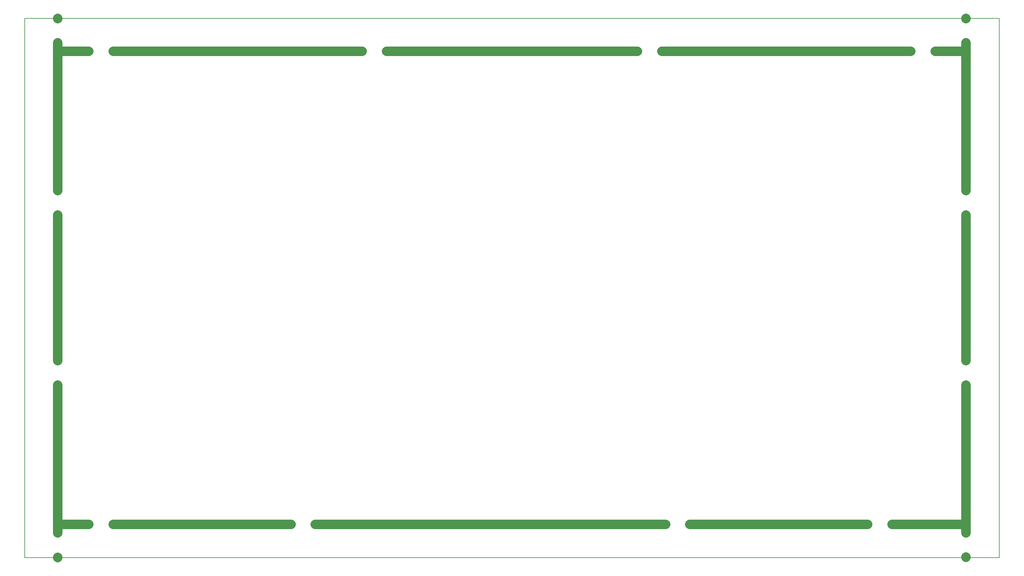
<source format=gbr>
G04 #@! TF.FileFunction,Profile,NP*
%FSLAX46Y46*%
G04 Gerber Fmt 4.6, Leading zero omitted, Abs format (unit mm)*
G04 Created by KiCad (PCBNEW 4.0.5) date 06/08/17 15:42:24*
%MOMM*%
%LPD*%
G01*
G04 APERTURE LIST*
%ADD10C,0.100000*%
%ADD11C,0.150000*%
%ADD12C,2.540000*%
G04 APERTURE END LIST*
D10*
D11*
X277250000Y-163900000D02*
X277250000Y-19700000D01*
X17050000Y-19700000D02*
X17050000Y-163900000D01*
X277250000Y-19700000D02*
X17050000Y-19700000D01*
X17050000Y-163900000D02*
X277250000Y-163900000D01*
X25900000Y-163850000D02*
X25900000Y-163800000D01*
D12*
X260150000Y-28550000D02*
X268400000Y-28550000D01*
X34150000Y-155050000D02*
X25900000Y-155050000D01*
X25900000Y-163850000D02*
X25900000Y-163900000D01*
X268400000Y-117800000D02*
X268400000Y-157300000D01*
X268400000Y-72300000D02*
X268400000Y-111300000D01*
X268400000Y-26300000D02*
X268400000Y-65800000D01*
X268400000Y-19800000D02*
X268400000Y-19750000D01*
X187150000Y-28550000D02*
X253650000Y-28550000D01*
X113650000Y-28550000D02*
X180650000Y-28550000D01*
X40650000Y-28550000D02*
X107150000Y-28550000D01*
X34150000Y-28550000D02*
X25900000Y-28550000D01*
X25900000Y-19800000D02*
X25900000Y-19750000D01*
X25900000Y-65800000D02*
X25900000Y-26300000D01*
X25900000Y-111300000D02*
X25900000Y-72300000D01*
X25900000Y-157300000D02*
X25900000Y-117800000D01*
X268400000Y-163800000D02*
X268400000Y-163850000D01*
X248650000Y-155050000D02*
X268400000Y-155050000D01*
X88150000Y-155050000D02*
X40650000Y-155050000D01*
X188150000Y-155050000D02*
X94650000Y-155050000D01*
X242150000Y-155050000D02*
X194650000Y-155050000D01*
M02*

</source>
